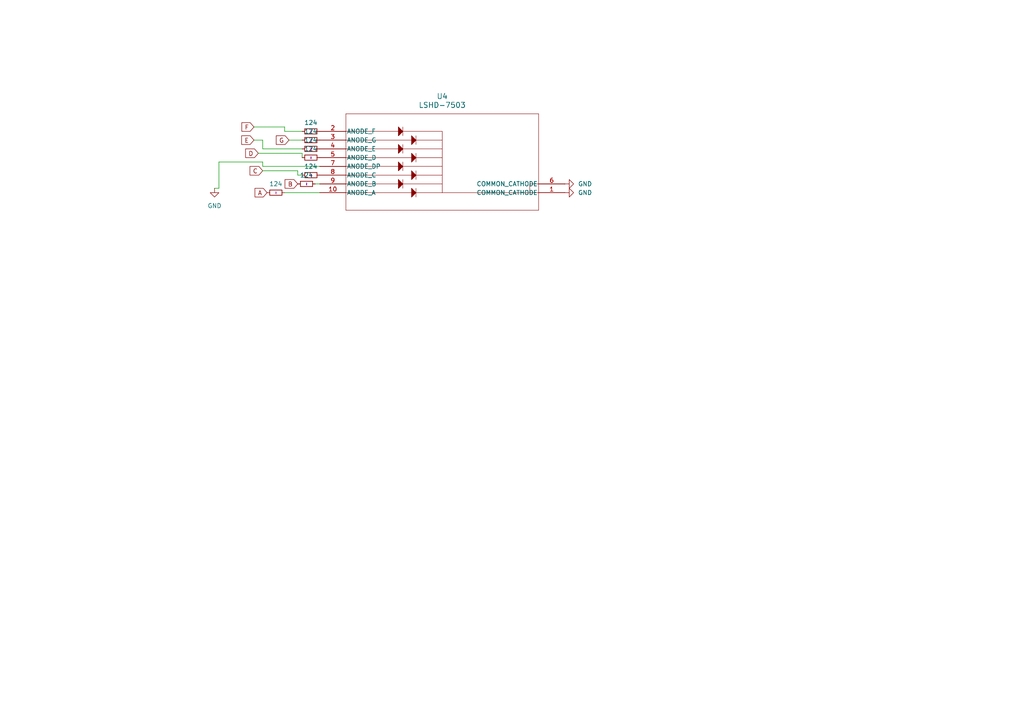
<source format=kicad_sch>
(kicad_sch
	(version 20231120)
	(generator "eeschema")
	(generator_version "8.0")
	(uuid "a0c5ae23-930b-493d-b178-21337b25d4c2")
	(paper "A4")
	(lib_symbols
		(symbol "Device:R_Small"
			(pin_numbers hide)
			(pin_names
				(offset 0.254) hide)
			(exclude_from_sim no)
			(in_bom yes)
			(on_board yes)
			(property "Reference" "R"
				(at 0.762 0.508 0)
				(effects
					(font
						(size 1.27 1.27)
					)
					(justify left)
				)
			)
			(property "Value" "R_Small"
				(at 0.762 -1.016 0)
				(effects
					(font
						(size 1.27 1.27)
					)
					(justify left)
				)
			)
			(property "Footprint" ""
				(at 0 0 0)
				(effects
					(font
						(size 1.27 1.27)
					)
					(hide yes)
				)
			)
			(property "Datasheet" "~"
				(at 0 0 0)
				(effects
					(font
						(size 1.27 1.27)
					)
					(hide yes)
				)
			)
			(property "Description" "Resistor, small symbol"
				(at 0 0 0)
				(effects
					(font
						(size 1.27 1.27)
					)
					(hide yes)
				)
			)
			(property "ki_keywords" "R resistor"
				(at 0 0 0)
				(effects
					(font
						(size 1.27 1.27)
					)
					(hide yes)
				)
			)
			(property "ki_fp_filters" "R_*"
				(at 0 0 0)
				(effects
					(font
						(size 1.27 1.27)
					)
					(hide yes)
				)
			)
			(symbol "R_Small_0_1"
				(rectangle
					(start -0.762 1.778)
					(end 0.762 -1.778)
					(stroke
						(width 0.2032)
						(type default)
					)
					(fill
						(type none)
					)
				)
			)
			(symbol "R_Small_1_1"
				(pin passive line
					(at 0 2.54 270)
					(length 0.762)
					(name "~"
						(effects
							(font
								(size 1.27 1.27)
							)
						)
					)
					(number "1"
						(effects
							(font
								(size 1.27 1.27)
							)
						)
					)
				)
				(pin passive line
					(at 0 -2.54 90)
					(length 0.762)
					(name "~"
						(effects
							(font
								(size 1.27 1.27)
							)
						)
					)
					(number "2"
						(effects
							(font
								(size 1.27 1.27)
							)
						)
					)
				)
			)
		)
		(symbol "SEVEN-SEG:LSHD-7503"
			(pin_names
				(offset 0.254)
			)
			(exclude_from_sim no)
			(in_bom yes)
			(on_board yes)
			(property "Reference" "U115"
				(at 35.56 -27.94 0)
				(effects
					(font
						(size 1.524 1.524)
					)
				)
			)
			(property "Value" "LSHD-7503"
				(at 35.56 -25.4 0)
				(effects
					(font
						(size 1.524 1.524)
					)
				)
			)
			(property "Footprint" "DIP10_LSHD-7503_LTO"
				(at 0 0 0)
				(effects
					(font
						(size 1.27 1.27)
						(italic yes)
					)
					(hide yes)
				)
			)
			(property "Datasheet" "LSHD-7503"
				(at 0 0 0)
				(effects
					(font
						(size 1.27 1.27)
						(italic yes)
					)
					(hide yes)
				)
			)
			(property "Description" ""
				(at 0 0 0)
				(effects
					(font
						(size 1.27 1.27)
					)
					(hide yes)
				)
			)
			(property "ki_locked" ""
				(at 0 0 0)
				(effects
					(font
						(size 1.27 1.27)
					)
				)
			)
			(property "ki_keywords" "LSHD-7503"
				(at 0 0 0)
				(effects
					(font
						(size 1.27 1.27)
					)
					(hide yes)
				)
			)
			(property "ki_fp_filters" "DIP10_LSHD-7503_LTO"
				(at 0 0 0)
				(effects
					(font
						(size 1.27 1.27)
					)
					(hide yes)
				)
			)
			(symbol "LSHD-7503_0_1"
				(polyline
					(pts
						(xy 7.62 -22.86) (xy 63.5 -22.86)
					)
					(stroke
						(width 0.127)
						(type default)
					)
					(fill
						(type none)
					)
				)
				(polyline
					(pts
						(xy 7.62 -2.54) (xy 10.16 -2.54)
					)
					(stroke
						(width 0.127)
						(type default)
					)
					(fill
						(type none)
					)
				)
				(polyline
					(pts
						(xy 7.62 0) (xy 35.56 0)
					)
					(stroke
						(width 0.127)
						(type default)
					)
					(fill
						(type none)
					)
				)
				(polyline
					(pts
						(xy 7.62 5.08) (xy 7.62 -22.86)
					)
					(stroke
						(width 0.127)
						(type default)
					)
					(fill
						(type none)
					)
				)
				(polyline
					(pts
						(xy 10.16 -2.54) (xy 10.16 0)
					)
					(stroke
						(width 0.127)
						(type default)
					)
					(fill
						(type none)
					)
				)
				(polyline
					(pts
						(xy 35.56 0) (xy 35.56 -17.78)
					)
					(stroke
						(width 0.127)
						(type default)
					)
					(fill
						(type none)
					)
				)
				(polyline
					(pts
						(xy 43.18 -15.24) (xy 44.45 -16.51)
					)
					(stroke
						(width 0.127)
						(type default)
					)
					(fill
						(type none)
					)
				)
				(polyline
					(pts
						(xy 43.18 -13.97) (xy 43.18 -16.51)
					)
					(stroke
						(width 0.127)
						(type default)
					)
					(fill
						(type none)
					)
				)
				(polyline
					(pts
						(xy 43.18 -10.16) (xy 44.45 -11.43)
					)
					(stroke
						(width 0.127)
						(type default)
					)
					(fill
						(type none)
					)
				)
				(polyline
					(pts
						(xy 43.18 -8.89) (xy 43.18 -11.43)
					)
					(stroke
						(width 0.127)
						(type default)
					)
					(fill
						(type none)
					)
				)
				(polyline
					(pts
						(xy 43.18 -5.08) (xy 44.45 -6.35)
					)
					(stroke
						(width 0.127)
						(type default)
					)
					(fill
						(type none)
					)
				)
				(polyline
					(pts
						(xy 43.18 -3.81) (xy 43.18 -6.35)
					)
					(stroke
						(width 0.127)
						(type default)
					)
					(fill
						(type none)
					)
				)
				(polyline
					(pts
						(xy 43.18 0) (xy 44.45 -1.27)
					)
					(stroke
						(width 0.127)
						(type default)
					)
					(fill
						(type none)
					)
				)
				(polyline
					(pts
						(xy 43.18 1.27) (xy 43.18 -1.27)
					)
					(stroke
						(width 0.127)
						(type default)
					)
					(fill
						(type none)
					)
				)
				(polyline
					(pts
						(xy 44.45 -13.97) (xy 43.18 -15.24)
					)
					(stroke
						(width 0.127)
						(type default)
					)
					(fill
						(type none)
					)
				)
				(polyline
					(pts
						(xy 44.45 -13.97) (xy 44.45 -16.51)
					)
					(stroke
						(width 0.127)
						(type default)
					)
					(fill
						(type none)
					)
				)
				(polyline
					(pts
						(xy 44.45 -8.89) (xy 43.18 -10.16)
					)
					(stroke
						(width 0.127)
						(type default)
					)
					(fill
						(type none)
					)
				)
				(polyline
					(pts
						(xy 44.45 -8.89) (xy 44.45 -11.43)
					)
					(stroke
						(width 0.127)
						(type default)
					)
					(fill
						(type none)
					)
				)
				(polyline
					(pts
						(xy 44.45 -3.81) (xy 43.18 -5.08)
					)
					(stroke
						(width 0.127)
						(type default)
					)
					(fill
						(type none)
					)
				)
				(polyline
					(pts
						(xy 44.45 -3.81) (xy 44.45 -6.35)
					)
					(stroke
						(width 0.127)
						(type default)
					)
					(fill
						(type none)
					)
				)
				(polyline
					(pts
						(xy 44.45 1.27) (xy 43.18 0)
					)
					(stroke
						(width 0.127)
						(type default)
					)
					(fill
						(type none)
					)
				)
				(polyline
					(pts
						(xy 44.45 1.27) (xy 44.45 -1.27)
					)
					(stroke
						(width 0.127)
						(type default)
					)
					(fill
						(type none)
					)
				)
				(polyline
					(pts
						(xy 46.99 -17.78) (xy 48.26 -16.51)
					)
					(stroke
						(width 0.127)
						(type default)
					)
					(fill
						(type none)
					)
				)
				(polyline
					(pts
						(xy 46.99 -16.51) (xy 46.99 -19.05)
					)
					(stroke
						(width 0.127)
						(type default)
					)
					(fill
						(type none)
					)
				)
				(polyline
					(pts
						(xy 46.99 -12.7) (xy 48.26 -11.43)
					)
					(stroke
						(width 0.127)
						(type default)
					)
					(fill
						(type none)
					)
				)
				(polyline
					(pts
						(xy 46.99 -11.43) (xy 46.99 -13.97)
					)
					(stroke
						(width 0.127)
						(type default)
					)
					(fill
						(type none)
					)
				)
				(polyline
					(pts
						(xy 46.99 -7.62) (xy 48.26 -6.35)
					)
					(stroke
						(width 0.127)
						(type default)
					)
					(fill
						(type none)
					)
				)
				(polyline
					(pts
						(xy 46.99 -6.35) (xy 46.99 -8.89)
					)
					(stroke
						(width 0.127)
						(type default)
					)
					(fill
						(type none)
					)
				)
				(polyline
					(pts
						(xy 46.99 -2.54) (xy 48.26 -1.27)
					)
					(stroke
						(width 0.127)
						(type default)
					)
					(fill
						(type none)
					)
				)
				(polyline
					(pts
						(xy 46.99 -1.27) (xy 46.99 -3.81)
					)
					(stroke
						(width 0.127)
						(type default)
					)
					(fill
						(type none)
					)
				)
				(polyline
					(pts
						(xy 48.26 -19.05) (xy 46.99 -17.78)
					)
					(stroke
						(width 0.127)
						(type default)
					)
					(fill
						(type none)
					)
				)
				(polyline
					(pts
						(xy 48.26 -16.51) (xy 48.26 -19.05)
					)
					(stroke
						(width 0.127)
						(type default)
					)
					(fill
						(type none)
					)
				)
				(polyline
					(pts
						(xy 48.26 -13.97) (xy 46.99 -12.7)
					)
					(stroke
						(width 0.127)
						(type default)
					)
					(fill
						(type none)
					)
				)
				(polyline
					(pts
						(xy 48.26 -11.43) (xy 48.26 -13.97)
					)
					(stroke
						(width 0.127)
						(type default)
					)
					(fill
						(type none)
					)
				)
				(polyline
					(pts
						(xy 48.26 -8.89) (xy 46.99 -7.62)
					)
					(stroke
						(width 0.127)
						(type default)
					)
					(fill
						(type none)
					)
				)
				(polyline
					(pts
						(xy 48.26 -6.35) (xy 48.26 -8.89)
					)
					(stroke
						(width 0.127)
						(type default)
					)
					(fill
						(type none)
					)
				)
				(polyline
					(pts
						(xy 48.26 -3.81) (xy 46.99 -2.54)
					)
					(stroke
						(width 0.127)
						(type default)
					)
					(fill
						(type none)
					)
				)
				(polyline
					(pts
						(xy 48.26 -1.27) (xy 48.26 -3.81)
					)
					(stroke
						(width 0.127)
						(type default)
					)
					(fill
						(type none)
					)
				)
				(polyline
					(pts
						(xy 63.5 -22.86) (xy 63.5 5.08)
					)
					(stroke
						(width 0.127)
						(type default)
					)
					(fill
						(type none)
					)
				)
				(polyline
					(pts
						(xy 63.5 -17.78) (xy 35.56 -17.78)
					)
					(stroke
						(width 0.127)
						(type default)
					)
					(fill
						(type none)
					)
				)
				(polyline
					(pts
						(xy 63.5 -15.24) (xy 35.56 -15.24)
					)
					(stroke
						(width 0.127)
						(type default)
					)
					(fill
						(type none)
					)
				)
				(polyline
					(pts
						(xy 63.5 -12.7) (xy 35.56 -12.7)
					)
					(stroke
						(width 0.127)
						(type default)
					)
					(fill
						(type none)
					)
				)
				(polyline
					(pts
						(xy 63.5 -10.16) (xy 35.56 -10.16)
					)
					(stroke
						(width 0.127)
						(type default)
					)
					(fill
						(type none)
					)
				)
				(polyline
					(pts
						(xy 63.5 -7.62) (xy 35.56 -7.62)
					)
					(stroke
						(width 0.127)
						(type default)
					)
					(fill
						(type none)
					)
				)
				(polyline
					(pts
						(xy 63.5 -5.08) (xy 35.56 -5.08)
					)
					(stroke
						(width 0.127)
						(type default)
					)
					(fill
						(type none)
					)
				)
				(polyline
					(pts
						(xy 63.5 -2.54) (xy 35.56 -2.54)
					)
					(stroke
						(width 0.127)
						(type default)
					)
					(fill
						(type none)
					)
				)
				(polyline
					(pts
						(xy 63.5 0) (xy 35.56 0)
					)
					(stroke
						(width 0.127)
						(type default)
					)
					(fill
						(type none)
					)
				)
				(polyline
					(pts
						(xy 63.5 5.08) (xy 7.62 5.08)
					)
					(stroke
						(width 0.127)
						(type default)
					)
					(fill
						(type none)
					)
				)
				(polyline
					(pts
						(xy 43.18 -15.24) (xy 44.45 -13.97) (xy 44.45 -16.51)
					)
					(stroke
						(width 0)
						(type default)
					)
					(fill
						(type outline)
					)
				)
				(polyline
					(pts
						(xy 43.18 -10.16) (xy 44.45 -8.89) (xy 44.45 -11.43)
					)
					(stroke
						(width 0)
						(type default)
					)
					(fill
						(type outline)
					)
				)
				(polyline
					(pts
						(xy 43.18 -5.08) (xy 44.45 -3.81) (xy 44.45 -6.35)
					)
					(stroke
						(width 0)
						(type default)
					)
					(fill
						(type outline)
					)
				)
				(polyline
					(pts
						(xy 43.18 0) (xy 44.45 1.27) (xy 44.45 -1.27)
					)
					(stroke
						(width 0)
						(type default)
					)
					(fill
						(type outline)
					)
				)
				(polyline
					(pts
						(xy 46.99 -17.78) (xy 48.26 -16.51) (xy 48.26 -19.05)
					)
					(stroke
						(width 0)
						(type default)
					)
					(fill
						(type outline)
					)
				)
				(polyline
					(pts
						(xy 46.99 -12.7) (xy 48.26 -11.43) (xy 48.26 -13.97)
					)
					(stroke
						(width 0)
						(type default)
					)
					(fill
						(type outline)
					)
				)
				(polyline
					(pts
						(xy 46.99 -7.62) (xy 48.26 -6.35) (xy 48.26 -8.89)
					)
					(stroke
						(width 0)
						(type default)
					)
					(fill
						(type outline)
					)
				)
				(polyline
					(pts
						(xy 46.99 -2.54) (xy 48.26 -1.27) (xy 48.26 -3.81)
					)
					(stroke
						(width 0)
						(type default)
					)
					(fill
						(type outline)
					)
				)
				(pin unspecified line
					(at 0 0 0)
					(length 7.62)
					(name "COMMON_CATHODE"
						(effects
							(font
								(size 1.27 1.27)
							)
						)
					)
					(number "1"
						(effects
							(font
								(size 1.27 1.27)
							)
						)
					)
				)
				(pin unspecified line
					(at 71.12 0 180)
					(length 7.62)
					(name "ANODE_A"
						(effects
							(font
								(size 1.27 1.27)
							)
						)
					)
					(number "10"
						(effects
							(font
								(size 1.27 1.27)
							)
						)
					)
				)
				(pin unspecified line
					(at 71.12 -17.78 180)
					(length 7.62)
					(name "ANODE_F"
						(effects
							(font
								(size 1.27 1.27)
							)
						)
					)
					(number "2"
						(effects
							(font
								(size 1.27 1.27)
							)
						)
					)
				)
				(pin unspecified line
					(at 71.12 -15.24 180)
					(length 7.62)
					(name "ANODE_G"
						(effects
							(font
								(size 1.27 1.27)
							)
						)
					)
					(number "3"
						(effects
							(font
								(size 1.27 1.27)
							)
						)
					)
				)
				(pin unspecified line
					(at 71.12 -12.7 180)
					(length 7.62)
					(name "ANODE_E"
						(effects
							(font
								(size 1.27 1.27)
							)
						)
					)
					(number "4"
						(effects
							(font
								(size 1.27 1.27)
							)
						)
					)
				)
				(pin unspecified line
					(at 0 -2.54 0)
					(length 7.62)
					(name "COMMON_CATHODE"
						(effects
							(font
								(size 1.27 1.27)
							)
						)
					)
					(number "6"
						(effects
							(font
								(size 1.27 1.27)
							)
						)
					)
				)
				(pin unspecified line
					(at 71.12 -7.62 180)
					(length 7.62)
					(name "ANODE_DP"
						(effects
							(font
								(size 1.27 1.27)
							)
						)
					)
					(number "7"
						(effects
							(font
								(size 1.27 1.27)
							)
						)
					)
				)
				(pin unspecified line
					(at 71.12 -5.08 180)
					(length 7.62)
					(name "ANODE_C"
						(effects
							(font
								(size 1.27 1.27)
							)
						)
					)
					(number "8"
						(effects
							(font
								(size 1.27 1.27)
							)
						)
					)
				)
				(pin unspecified line
					(at 71.12 -2.54 180)
					(length 7.62)
					(name "ANODE_B"
						(effects
							(font
								(size 1.27 1.27)
							)
						)
					)
					(number "9"
						(effects
							(font
								(size 1.27 1.27)
							)
						)
					)
				)
			)
			(symbol "LSHD-7503_1_1"
				(pin unspecified line
					(at 71.12 -10.16 180)
					(length 7.62)
					(name "ANODE_D"
						(effects
							(font
								(size 1.27 1.27)
							)
						)
					)
					(number "5"
						(effects
							(font
								(size 1.27 1.27)
							)
						)
					)
				)
			)
		)
		(symbol "power:GND"
			(power)
			(pin_numbers hide)
			(pin_names
				(offset 0) hide)
			(exclude_from_sim no)
			(in_bom yes)
			(on_board yes)
			(property "Reference" "#PWR"
				(at 0 -6.35 0)
				(effects
					(font
						(size 1.27 1.27)
					)
					(hide yes)
				)
			)
			(property "Value" "GND"
				(at 0 -3.81 0)
				(effects
					(font
						(size 1.27 1.27)
					)
				)
			)
			(property "Footprint" ""
				(at 0 0 0)
				(effects
					(font
						(size 1.27 1.27)
					)
					(hide yes)
				)
			)
			(property "Datasheet" ""
				(at 0 0 0)
				(effects
					(font
						(size 1.27 1.27)
					)
					(hide yes)
				)
			)
			(property "Description" "Power symbol creates a global label with name \"GND\" , ground"
				(at 0 0 0)
				(effects
					(font
						(size 1.27 1.27)
					)
					(hide yes)
				)
			)
			(property "ki_keywords" "global power"
				(at 0 0 0)
				(effects
					(font
						(size 1.27 1.27)
					)
					(hide yes)
				)
			)
			(symbol "GND_0_1"
				(polyline
					(pts
						(xy 0 0) (xy 0 -1.27) (xy 1.27 -1.27) (xy 0 -2.54) (xy -1.27 -1.27) (xy 0 -1.27)
					)
					(stroke
						(width 0)
						(type default)
					)
					(fill
						(type none)
					)
				)
			)
			(symbol "GND_1_1"
				(pin power_in line
					(at 0 0 270)
					(length 0)
					(name "~"
						(effects
							(font
								(size 1.27 1.27)
							)
						)
					)
					(number "1"
						(effects
							(font
								(size 1.27 1.27)
							)
						)
					)
				)
			)
		)
	)
	(wire
		(pts
			(xy 82.55 55.88) (xy 92.71 55.88)
		)
		(stroke
			(width 0)
			(type default)
		)
		(uuid "02c5509a-8ac5-4ee7-bf77-312b37d64683")
	)
	(wire
		(pts
			(xy 76.2 46.99) (xy 63.5 46.99)
		)
		(stroke
			(width 0)
			(type default)
		)
		(uuid "064ed061-8dd5-4384-b19e-cf7c5dd088a8")
	)
	(wire
		(pts
			(xy 76.2 40.64) (xy 76.2 43.18)
		)
		(stroke
			(width 0)
			(type default)
		)
		(uuid "0edfd58b-1a04-4ec1-8849-b886b7b88d50")
	)
	(wire
		(pts
			(xy 82.55 36.83) (xy 82.55 38.1)
		)
		(stroke
			(width 0)
			(type default)
		)
		(uuid "160d8717-e251-44e7-87e0-815e556dc71f")
	)
	(wire
		(pts
			(xy 74.93 44.45) (xy 87.63 44.45)
		)
		(stroke
			(width 0)
			(type default)
		)
		(uuid "19a7148d-7398-42b5-a9e5-2457b54b209a")
	)
	(wire
		(pts
			(xy 82.55 38.1) (xy 87.63 38.1)
		)
		(stroke
			(width 0)
			(type default)
		)
		(uuid "1bcfe164-41d5-4890-b41b-36a366cc8457")
	)
	(wire
		(pts
			(xy 87.63 44.45) (xy 87.63 45.72)
		)
		(stroke
			(width 0)
			(type default)
		)
		(uuid "3a980694-7711-45f5-98d0-9ffa54e7bce0")
	)
	(wire
		(pts
			(xy 73.66 40.64) (xy 76.2 40.64)
		)
		(stroke
			(width 0)
			(type default)
		)
		(uuid "46975199-8095-40e3-969d-c5137b41e7e2")
	)
	(wire
		(pts
			(xy 83.82 40.64) (xy 87.63 40.64)
		)
		(stroke
			(width 0)
			(type default)
		)
		(uuid "48925632-4fc7-4128-b14f-83e4ecf666c9")
	)
	(wire
		(pts
			(xy 62.23 54.61) (xy 63.5 54.61)
		)
		(stroke
			(width 0)
			(type default)
		)
		(uuid "494abbfc-6e1c-4f5f-9563-163034bfc57f")
	)
	(wire
		(pts
			(xy 63.5 46.99) (xy 63.5 54.61)
		)
		(stroke
			(width 0)
			(type default)
		)
		(uuid "50eccc4d-a782-4a3d-98b2-c28497e8b78a")
	)
	(wire
		(pts
			(xy 86.36 49.53) (xy 86.36 50.8)
		)
		(stroke
			(width 0)
			(type default)
		)
		(uuid "5e53c63c-08d1-47c9-aa8d-dc2de53f2115")
	)
	(wire
		(pts
			(xy 92.71 48.26) (xy 76.2 48.26)
		)
		(stroke
			(width 0)
			(type default)
		)
		(uuid "67711a11-1b70-4fbb-9a0d-1acbec2fe423")
	)
	(wire
		(pts
			(xy 76.2 43.18) (xy 87.63 43.18)
		)
		(stroke
			(width 0)
			(type default)
		)
		(uuid "852ff25f-3765-4585-aa2b-66cd92f3365c")
	)
	(wire
		(pts
			(xy 91.44 53.34) (xy 92.71 53.34)
		)
		(stroke
			(width 0)
			(type default)
		)
		(uuid "9f0027aa-06ae-4679-88c1-ab943b9d3a48")
	)
	(wire
		(pts
			(xy 73.66 36.83) (xy 82.55 36.83)
		)
		(stroke
			(width 0)
			(type default)
		)
		(uuid "ac0a530d-1e67-45d1-bae9-50761ac63e63")
	)
	(wire
		(pts
			(xy 86.36 50.8) (xy 87.63 50.8)
		)
		(stroke
			(width 0)
			(type default)
		)
		(uuid "d25d98f5-658a-4eed-899a-a702a3e568c0")
	)
	(wire
		(pts
			(xy 76.2 48.26) (xy 76.2 46.99)
		)
		(stroke
			(width 0)
			(type default)
		)
		(uuid "dc46d584-ca01-48dc-a3bf-3aa69a998dc7")
	)
	(wire
		(pts
			(xy 76.2 49.53) (xy 86.36 49.53)
		)
		(stroke
			(width 0)
			(type default)
		)
		(uuid "f1442e33-99a5-463a-b047-b529e9abbb2e")
	)
	(global_label "A"
		(shape input)
		(at 77.47 55.88 180)
		(fields_autoplaced yes)
		(effects
			(font
				(size 1.27 1.27)
			)
			(justify right)
		)
		(uuid "272dc00a-d429-46ec-8cf3-3b5aa61a3736")
		(property "Intersheetrefs" "${INTERSHEET_REFS}"
			(at 73.3962 55.88 0)
			(effects
				(font
					(size 1.27 1.27)
				)
				(justify right)
				(hide yes)
			)
		)
	)
	(global_label "E"
		(shape input)
		(at 73.66 40.64 180)
		(fields_autoplaced yes)
		(effects
			(font
				(size 1.27 1.27)
			)
			(justify right)
		)
		(uuid "4215cf7e-ac3a-4f6a-8423-ca293321ed90")
		(property "Intersheetrefs" "${INTERSHEET_REFS}"
			(at 69.5258 40.64 0)
			(effects
				(font
					(size 1.27 1.27)
				)
				(justify right)
				(hide yes)
			)
		)
	)
	(global_label "B"
		(shape input)
		(at 86.36 53.34 180)
		(fields_autoplaced yes)
		(effects
			(font
				(size 1.27 1.27)
			)
			(justify right)
		)
		(uuid "83961bdd-5bac-4317-96dc-c89a654c9a06")
		(property "Intersheetrefs" "${INTERSHEET_REFS}"
			(at 82.1048 53.34 0)
			(effects
				(font
					(size 1.27 1.27)
				)
				(justify right)
				(hide yes)
			)
		)
	)
	(global_label "F"
		(shape input)
		(at 73.66 36.83 180)
		(fields_autoplaced yes)
		(effects
			(font
				(size 1.27 1.27)
			)
			(justify right)
		)
		(uuid "b4c8e69b-002c-46d4-a861-d7899f9b31c5")
		(property "Intersheetrefs" "${INTERSHEET_REFS}"
			(at 69.5862 36.83 0)
			(effects
				(font
					(size 1.27 1.27)
				)
				(justify right)
				(hide yes)
			)
		)
	)
	(global_label "D"
		(shape input)
		(at 74.93 44.45 180)
		(fields_autoplaced yes)
		(effects
			(font
				(size 1.27 1.27)
			)
			(justify right)
		)
		(uuid "d0bd6839-950e-4f81-8648-bae4ac19b860")
		(property "Intersheetrefs" "${INTERSHEET_REFS}"
			(at 70.6748 44.45 0)
			(effects
				(font
					(size 1.27 1.27)
				)
				(justify right)
				(hide yes)
			)
		)
	)
	(global_label "G"
		(shape input)
		(at 83.82 40.64 180)
		(fields_autoplaced yes)
		(effects
			(font
				(size 1.27 1.27)
			)
			(justify right)
		)
		(uuid "ec7dad17-868d-4c39-b611-b20119bb013c")
		(property "Intersheetrefs" "${INTERSHEET_REFS}"
			(at 79.5648 40.64 0)
			(effects
				(font
					(size 1.27 1.27)
				)
				(justify right)
				(hide yes)
			)
		)
	)
	(global_label "C"
		(shape input)
		(at 76.2 49.53 180)
		(fields_autoplaced yes)
		(effects
			(font
				(size 1.27 1.27)
			)
			(justify right)
		)
		(uuid "f0705611-cf6d-44ed-96d4-7510847e9955")
		(property "Intersheetrefs" "${INTERSHEET_REFS}"
			(at 71.9448 49.53 0)
			(effects
				(font
					(size 1.27 1.27)
				)
				(justify right)
				(hide yes)
			)
		)
	)
	(symbol
		(lib_id "Device:R_Small")
		(at 90.17 45.72 90)
		(unit 1)
		(exclude_from_sim no)
		(in_bom yes)
		(on_board yes)
		(dnp no)
		(fields_autoplaced yes)
		(uuid "1f1b7790-d893-4ae8-9c6f-bcf916f10088")
		(property "Reference" "R28"
			(at 90.17 40.64 90)
			(effects
				(font
					(size 1.27 1.27)
				)
				(hide yes)
			)
		)
		(property "Value" "124"
			(at 90.17 43.18 90)
			(effects
				(font
					(size 1.27 1.27)
				)
			)
		)
		(property "Footprint" "Resistor_SMD:R_0603_1608Metric"
			(at 90.17 45.72 0)
			(effects
				(font
					(size 1.27 1.27)
				)
				(hide yes)
			)
		)
		(property "Datasheet" "~"
			(at 90.17 45.72 0)
			(effects
				(font
					(size 1.27 1.27)
				)
			)
		)
		(property "Description" "Resistor, small symbol"
			(at 90.17 45.72 0)
			(effects
				(font
					(size 1.27 1.27)
				)
				(hide yes)
			)
		)
		(pin "2"
			(uuid "80eea404-6063-4baf-8148-53ddec41f9f9")
		)
		(pin "1"
			(uuid "45b81e9f-a534-4c98-a314-4aa1cbc298b0")
		)
		(instances
			(project "4 Bit - Seven Seg Interface"
				(path "/70a3617d-b021-4325-807b-315f214c30c6/4872a8b8-5002-4d99-8530-ed63d393011a"
					(reference "R28")
					(unit 1)
				)
			)
		)
	)
	(symbol
		(lib_id "Device:R_Small")
		(at 80.01 55.88 90)
		(unit 1)
		(exclude_from_sim no)
		(in_bom yes)
		(on_board yes)
		(dnp no)
		(fields_autoplaced yes)
		(uuid "471b2983-8070-4cbd-aacb-1b185f44edbc")
		(property "Reference" "R23"
			(at 80.01 50.8 90)
			(effects
				(font
					(size 1.27 1.27)
				)
				(hide yes)
			)
		)
		(property "Value" "124"
			(at 80.01 53.34 90)
			(effects
				(font
					(size 1.27 1.27)
				)
			)
		)
		(property "Footprint" "Resistor_SMD:R_0603_1608Metric"
			(at 80.01 55.88 0)
			(effects
				(font
					(size 1.27 1.27)
				)
				(hide yes)
			)
		)
		(property "Datasheet" "~"
			(at 80.01 55.88 0)
			(effects
				(font
					(size 1.27 1.27)
				)
			)
		)
		(property "Description" "Resistor, small symbol"
			(at 80.01 55.88 0)
			(effects
				(font
					(size 1.27 1.27)
				)
				(hide yes)
			)
		)
		(pin "2"
			(uuid "8cd0d61e-e9cf-4ee1-8727-db56a24405f2")
		)
		(pin "1"
			(uuid "b1291663-2ddd-4cb2-b044-a9e137726f00")
		)
		(instances
			(project "4 Bit - Seven Seg Interface"
				(path "/70a3617d-b021-4325-807b-315f214c30c6/4872a8b8-5002-4d99-8530-ed63d393011a"
					(reference "R23")
					(unit 1)
				)
			)
		)
	)
	(symbol
		(lib_id "SEVEN-SEG:LSHD-7503")
		(at 163.83 55.88 180)
		(unit 1)
		(exclude_from_sim no)
		(in_bom yes)
		(on_board yes)
		(dnp no)
		(fields_autoplaced yes)
		(uuid "6a2c7149-6795-451a-af58-8d9628908a03")
		(property "Reference" "U4"
			(at 128.27 27.94 0)
			(effects
				(font
					(size 1.524 1.524)
				)
			)
		)
		(property "Value" "LSHD-7503"
			(at 128.27 30.48 0)
			(effects
				(font
					(size 1.524 1.524)
				)
			)
		)
		(property "Footprint" "DIP10_LSHD-7503_LTO"
			(at 163.83 55.88 0)
			(effects
				(font
					(size 1.27 1.27)
					(italic yes)
				)
				(hide yes)
			)
		)
		(property "Datasheet" "LSHD-7503"
			(at 163.83 55.88 0)
			(effects
				(font
					(size 1.27 1.27)
					(italic yes)
				)
				(hide yes)
			)
		)
		(property "Description" ""
			(at 163.83 55.88 0)
			(effects
				(font
					(size 1.27 1.27)
				)
				(hide yes)
			)
		)
		(pin "3"
			(uuid "1bc37119-d877-44fb-8feb-4ab49ed1cf32")
		)
		(pin "2"
			(uuid "d58998b5-1f3d-4cec-b675-0e00ef83a065")
		)
		(pin "6"
			(uuid "a13c7969-5c0a-41b6-8a4d-3b4d2dc10111")
		)
		(pin "8"
			(uuid "375e2a6e-c2f4-4de8-8b74-7e94224c9b9a")
		)
		(pin "4"
			(uuid "5e093b4f-569a-4764-b747-4fd124f8adfc")
		)
		(pin "5"
			(uuid "cbaeb518-b657-4c3d-bf99-a670327b9c9c")
		)
		(pin "7"
			(uuid "d8cefd9d-4b05-4aa4-be3d-a88e45f0583b")
		)
		(pin "1"
			(uuid "2245b672-09d4-4dbf-8cfd-335132dd2a3d")
		)
		(pin "10"
			(uuid "350f7586-55c9-4930-aa33-145a281ba6d5")
		)
		(pin "9"
			(uuid "d440a66f-4d08-41c7-a79f-ec93d1ce3c12")
		)
		(instances
			(project "4 Bit - Seven Seg Interface"
				(path "/70a3617d-b021-4325-807b-315f214c30c6/4872a8b8-5002-4d99-8530-ed63d393011a"
					(reference "U4")
					(unit 1)
				)
			)
		)
	)
	(symbol
		(lib_id "power:GND")
		(at 163.83 53.34 90)
		(unit 1)
		(exclude_from_sim no)
		(in_bom yes)
		(on_board yes)
		(dnp no)
		(fields_autoplaced yes)
		(uuid "751173ae-abcb-4c3b-bde7-aacabff6fef6")
		(property "Reference" "#PWR039"
			(at 170.18 53.34 0)
			(effects
				(font
					(size 1.27 1.27)
				)
				(hide yes)
			)
		)
		(property "Value" "GND"
			(at 167.64 53.3399 90)
			(effects
				(font
					(size 1.27 1.27)
				)
				(justify right)
			)
		)
		(property "Footprint" ""
			(at 163.83 53.34 0)
			(effects
				(font
					(size 1.27 1.27)
				)
				(hide yes)
			)
		)
		(property "Datasheet" ""
			(at 163.83 53.34 0)
			(effects
				(font
					(size 1.27 1.27)
				)
				(hide yes)
			)
		)
		(property "Description" "Power symbol creates a global label with name \"GND\" , ground"
			(at 163.83 53.34 0)
			(effects
				(font
					(size 1.27 1.27)
				)
				(hide yes)
			)
		)
		(pin "1"
			(uuid "eddc9ddb-78e8-4632-b318-6a8a463257d2")
		)
		(instances
			(project "4 Bit - Seven Seg Interface"
				(path "/70a3617d-b021-4325-807b-315f214c30c6/4872a8b8-5002-4d99-8530-ed63d393011a"
					(reference "#PWR039")
					(unit 1)
				)
			)
		)
	)
	(symbol
		(lib_id "Device:R_Small")
		(at 90.17 38.1 90)
		(unit 1)
		(exclude_from_sim no)
		(in_bom yes)
		(on_board yes)
		(dnp no)
		(fields_autoplaced yes)
		(uuid "79485497-1e13-46d7-a233-e17cabe35f06")
		(property "Reference" "R25"
			(at 90.17 33.02 90)
			(effects
				(font
					(size 1.27 1.27)
				)
				(hide yes)
			)
		)
		(property "Value" "124"
			(at 90.17 35.56 90)
			(effects
				(font
					(size 1.27 1.27)
				)
			)
		)
		(property "Footprint" "Resistor_SMD:R_0603_1608Metric"
			(at 90.17 38.1 0)
			(effects
				(font
					(size 1.27 1.27)
				)
				(hide yes)
			)
		)
		(property "Datasheet" "~"
			(at 90.17 38.1 0)
			(effects
				(font
					(size 1.27 1.27)
				)
			)
		)
		(property "Description" "Resistor, small symbol"
			(at 90.17 38.1 0)
			(effects
				(font
					(size 1.27 1.27)
				)
				(hide yes)
			)
		)
		(pin "2"
			(uuid "f4b5f161-5544-4292-93a1-8083ec14a08f")
		)
		(pin "1"
			(uuid "37085fe4-9602-450f-a9f5-c17b813edde9")
		)
		(instances
			(project "4 Bit - Seven Seg Interface"
				(path "/70a3617d-b021-4325-807b-315f214c30c6/4872a8b8-5002-4d99-8530-ed63d393011a"
					(reference "R25")
					(unit 1)
				)
			)
		)
	)
	(symbol
		(lib_id "power:GND")
		(at 62.23 54.61 0)
		(unit 1)
		(exclude_from_sim no)
		(in_bom yes)
		(on_board yes)
		(dnp no)
		(fields_autoplaced yes)
		(uuid "a54ab8fe-88fc-4bc4-afbf-5f73b0f5af4c")
		(property "Reference" "#PWR038"
			(at 62.23 60.96 0)
			(effects
				(font
					(size 1.27 1.27)
				)
				(hide yes)
			)
		)
		(property "Value" "GND"
			(at 62.23 59.69 0)
			(effects
				(font
					(size 1.27 1.27)
				)
			)
		)
		(property "Footprint" ""
			(at 62.23 54.61 0)
			(effects
				(font
					(size 1.27 1.27)
				)
				(hide yes)
			)
		)
		(property "Datasheet" ""
			(at 62.23 54.61 0)
			(effects
				(font
					(size 1.27 1.27)
				)
				(hide yes)
			)
		)
		(property "Description" "Power symbol creates a global label with name \"GND\" , ground"
			(at 62.23 54.61 0)
			(effects
				(font
					(size 1.27 1.27)
				)
				(hide yes)
			)
		)
		(pin "1"
			(uuid "f93bed3c-b017-40a0-9a5c-20feaecce122")
		)
		(instances
			(project "4 Bit - Seven Seg Interface"
				(path "/70a3617d-b021-4325-807b-315f214c30c6/4872a8b8-5002-4d99-8530-ed63d393011a"
					(reference "#PWR038")
					(unit 1)
				)
			)
		)
	)
	(symbol
		(lib_id "Device:R_Small")
		(at 90.17 40.64 90)
		(unit 1)
		(exclude_from_sim no)
		(in_bom yes)
		(on_board yes)
		(dnp no)
		(fields_autoplaced yes)
		(uuid "b10a6b39-47d0-40cd-bbd3-f5bf9ba3cb1c")
		(property "Reference" "R26"
			(at 90.17 35.56 90)
			(effects
				(font
					(size 1.27 1.27)
				)
				(hide yes)
			)
		)
		(property "Value" "124"
			(at 90.17 38.1 90)
			(effects
				(font
					(size 1.27 1.27)
				)
			)
		)
		(property "Footprint" "Resistor_SMD:R_0603_1608Metric"
			(at 90.17 40.64 0)
			(effects
				(font
					(size 1.27 1.27)
				)
				(hide yes)
			)
		)
		(property "Datasheet" "~"
			(at 90.17 40.64 0)
			(effects
				(font
					(size 1.27 1.27)
				)
			)
		)
		(property "Description" "Resistor, small symbol"
			(at 90.17 40.64 0)
			(effects
				(font
					(size 1.27 1.27)
				)
				(hide yes)
			)
		)
		(pin "2"
			(uuid "cd007e01-6b57-428c-a518-92cd605089cf")
		)
		(pin "1"
			(uuid "ab92b5e5-908c-421d-9164-07783ed7a61e")
		)
		(instances
			(project "4 Bit - Seven Seg Interface"
				(path "/70a3617d-b021-4325-807b-315f214c30c6/4872a8b8-5002-4d99-8530-ed63d393011a"
					(reference "R26")
					(unit 1)
				)
			)
		)
	)
	(symbol
		(lib_id "Device:R_Small")
		(at 88.9 53.34 90)
		(unit 1)
		(exclude_from_sim no)
		(in_bom yes)
		(on_board yes)
		(dnp no)
		(fields_autoplaced yes)
		(uuid "b3bcb9bb-ac07-4209-8872-0ee0e6628466")
		(property "Reference" "R24"
			(at 88.9 48.26 90)
			(effects
				(font
					(size 1.27 1.27)
				)
				(hide yes)
			)
		)
		(property "Value" "124"
			(at 88.9 50.8 90)
			(effects
				(font
					(size 1.27 1.27)
				)
			)
		)
		(property "Footprint" "Resistor_SMD:R_0603_1608Metric"
			(at 88.9 53.34 0)
			(effects
				(font
					(size 1.27 1.27)
				)
				(hide yes)
			)
		)
		(property "Datasheet" "~"
			(at 88.9 53.34 0)
			(effects
				(font
					(size 1.27 1.27)
				)
			)
		)
		(property "Description" "Resistor, small symbol"
			(at 88.9 53.34 0)
			(effects
				(font
					(size 1.27 1.27)
				)
				(hide yes)
			)
		)
		(pin "2"
			(uuid "a4498fce-3e49-432e-bb61-4c66a73b646e")
		)
		(pin "1"
			(uuid "854446ac-9fff-4a23-8bd5-e0dfa7165c32")
		)
		(instances
			(project "4 Bit - Seven Seg Interface"
				(path "/70a3617d-b021-4325-807b-315f214c30c6/4872a8b8-5002-4d99-8530-ed63d393011a"
					(reference "R24")
					(unit 1)
				)
			)
		)
	)
	(symbol
		(lib_id "Device:R_Small")
		(at 90.17 43.18 90)
		(unit 1)
		(exclude_from_sim no)
		(in_bom yes)
		(on_board yes)
		(dnp no)
		(fields_autoplaced yes)
		(uuid "ddfd9160-0a4f-4b33-b965-bf5e31b64ab1")
		(property "Reference" "R27"
			(at 90.17 38.1 90)
			(effects
				(font
					(size 1.27 1.27)
				)
				(hide yes)
			)
		)
		(property "Value" "124"
			(at 90.17 40.64 90)
			(effects
				(font
					(size 1.27 1.27)
				)
			)
		)
		(property "Footprint" "Resistor_SMD:R_0603_1608Metric"
			(at 90.17 43.18 0)
			(effects
				(font
					(size 1.27 1.27)
				)
				(hide yes)
			)
		)
		(property "Datasheet" "~"
			(at 90.17 43.18 0)
			(effects
				(font
					(size 1.27 1.27)
				)
			)
		)
		(property "Description" "Resistor, small symbol"
			(at 90.17 43.18 0)
			(effects
				(font
					(size 1.27 1.27)
				)
				(hide yes)
			)
		)
		(pin "2"
			(uuid "12083d41-788a-4bfc-9ba4-9c0660b4445f")
		)
		(pin "1"
			(uuid "b574f013-7acc-4ebc-a952-7a959b82a037")
		)
		(instances
			(project "4 Bit - Seven Seg Interface"
				(path "/70a3617d-b021-4325-807b-315f214c30c6/4872a8b8-5002-4d99-8530-ed63d393011a"
					(reference "R27")
					(unit 1)
				)
			)
		)
	)
	(symbol
		(lib_id "Device:R_Small")
		(at 90.17 50.8 90)
		(unit 1)
		(exclude_from_sim no)
		(in_bom yes)
		(on_board yes)
		(dnp no)
		(fields_autoplaced yes)
		(uuid "e80cf410-a244-4724-80a4-da361ff9e885")
		(property "Reference" "R29"
			(at 90.17 45.72 90)
			(effects
				(font
					(size 1.27 1.27)
				)
				(hide yes)
			)
		)
		(property "Value" "124"
			(at 90.17 48.26 90)
			(effects
				(font
					(size 1.27 1.27)
				)
			)
		)
		(property "Footprint" "Resistor_SMD:R_0603_1608Metric"
			(at 90.17 50.8 0)
			(effects
				(font
					(size 1.27 1.27)
				)
				(hide yes)
			)
		)
		(property "Datasheet" "~"
			(at 90.17 50.8 0)
			(effects
				(font
					(size 1.27 1.27)
				)
			)
		)
		(property "Description" "Resistor, small symbol"
			(at 90.17 50.8 0)
			(effects
				(font
					(size 1.27 1.27)
				)
				(hide yes)
			)
		)
		(pin "2"
			(uuid "1ff6c18b-f30a-4bee-88c6-8ce9d4c51bc7")
		)
		(pin "1"
			(uuid "8d4efc0c-2ad3-49a2-bb4d-8a10544e8f80")
		)
		(instances
			(project "4 Bit - Seven Seg Interface"
				(path "/70a3617d-b021-4325-807b-315f214c30c6/4872a8b8-5002-4d99-8530-ed63d393011a"
					(reference "R29")
					(unit 1)
				)
			)
		)
	)
	(symbol
		(lib_id "power:GND")
		(at 163.83 55.88 90)
		(unit 1)
		(exclude_from_sim no)
		(in_bom yes)
		(on_board yes)
		(dnp no)
		(fields_autoplaced yes)
		(uuid "f3d1d342-a77f-4dec-aac1-02c5a1529dc9")
		(property "Reference" "#PWR040"
			(at 170.18 55.88 0)
			(effects
				(font
					(size 1.27 1.27)
				)
				(hide yes)
			)
		)
		(property "Value" "GND"
			(at 167.64 55.8799 90)
			(effects
				(font
					(size 1.27 1.27)
				)
				(justify right)
			)
		)
		(property "Footprint" ""
			(at 163.83 55.88 0)
			(effects
				(font
					(size 1.27 1.27)
				)
				(hide yes)
			)
		)
		(property "Datasheet" ""
			(at 163.83 55.88 0)
			(effects
				(font
					(size 1.27 1.27)
				)
				(hide yes)
			)
		)
		(property "Description" "Power symbol creates a global label with name \"GND\" , ground"
			(at 163.83 55.88 0)
			(effects
				(font
					(size 1.27 1.27)
				)
				(hide yes)
			)
		)
		(pin "1"
			(uuid "29abc6fb-6cf9-41d3-9b8a-0babbc26353f")
		)
		(instances
			(project "4 Bit - Seven Seg Interface"
				(path "/70a3617d-b021-4325-807b-315f214c30c6/4872a8b8-5002-4d99-8530-ed63d393011a"
					(reference "#PWR040")
					(unit 1)
				)
			)
		)
	)
)

</source>
